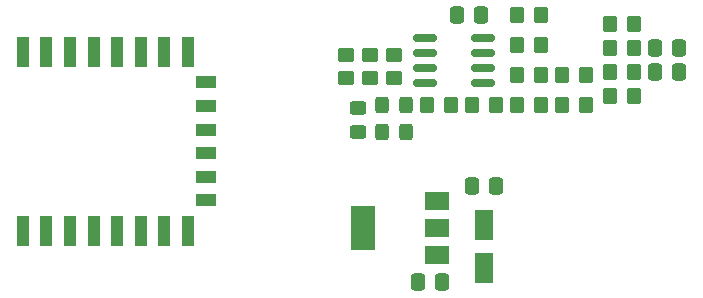
<source format=gbr>
%TF.GenerationSoftware,KiCad,Pcbnew,(6.0.0)*%
%TF.CreationDate,2022-01-02T18:39:14+01:00*%
%TF.ProjectId,esp-door-phone-monitor-v2,6573702d-646f-46f7-922d-70686f6e652d,rev?*%
%TF.SameCoordinates,Original*%
%TF.FileFunction,Paste,Top*%
%TF.FilePolarity,Positive*%
%FSLAX46Y46*%
G04 Gerber Fmt 4.6, Leading zero omitted, Abs format (unit mm)*
G04 Created by KiCad (PCBNEW (6.0.0)) date 2022-01-02 18:39:14*
%MOMM*%
%LPD*%
G01*
G04 APERTURE LIST*
G04 Aperture macros list*
%AMRoundRect*
0 Rectangle with rounded corners*
0 $1 Rounding radius*
0 $2 $3 $4 $5 $6 $7 $8 $9 X,Y pos of 4 corners*
0 Add a 4 corners polygon primitive as box body*
4,1,4,$2,$3,$4,$5,$6,$7,$8,$9,$2,$3,0*
0 Add four circle primitives for the rounded corners*
1,1,$1+$1,$2,$3*
1,1,$1+$1,$4,$5*
1,1,$1+$1,$6,$7*
1,1,$1+$1,$8,$9*
0 Add four rect primitives between the rounded corners*
20,1,$1+$1,$2,$3,$4,$5,0*
20,1,$1+$1,$4,$5,$6,$7,0*
20,1,$1+$1,$6,$7,$8,$9,0*
20,1,$1+$1,$8,$9,$2,$3,0*%
G04 Aperture macros list end*
%ADD10RoundRect,0.250000X0.350000X0.450000X-0.350000X0.450000X-0.350000X-0.450000X0.350000X-0.450000X0*%
%ADD11RoundRect,0.250000X-0.325000X-0.450000X0.325000X-0.450000X0.325000X0.450000X-0.325000X0.450000X0*%
%ADD12RoundRect,0.250000X-0.550000X1.050000X-0.550000X-1.050000X0.550000X-1.050000X0.550000X1.050000X0*%
%ADD13RoundRect,0.250000X-0.450000X0.350000X-0.450000X-0.350000X0.450000X-0.350000X0.450000X0.350000X0*%
%ADD14RoundRect,0.250000X-0.337500X-0.475000X0.337500X-0.475000X0.337500X0.475000X-0.337500X0.475000X0*%
%ADD15RoundRect,0.250000X-0.350000X-0.450000X0.350000X-0.450000X0.350000X0.450000X-0.350000X0.450000X0*%
%ADD16RoundRect,0.250000X-0.450000X0.325000X-0.450000X-0.325000X0.450000X-0.325000X0.450000X0.325000X0*%
%ADD17RoundRect,0.250000X0.450000X-0.350000X0.450000X0.350000X-0.450000X0.350000X-0.450000X-0.350000X0*%
%ADD18R,2.000000X1.500000*%
%ADD19R,2.000000X3.800000*%
%ADD20RoundRect,0.250000X0.337500X0.475000X-0.337500X0.475000X-0.337500X-0.475000X0.337500X-0.475000X0*%
%ADD21RoundRect,0.150000X0.825000X0.150000X-0.825000X0.150000X-0.825000X-0.150000X0.825000X-0.150000X0*%
%ADD22R,1.000000X2.500000*%
%ADD23R,1.800000X1.000000*%
G04 APERTURE END LIST*
D10*
%TO.C,R15*%
X161290000Y-90678000D03*
X159290000Y-90678000D03*
%TD*%
D11*
%TO.C,D2*%
X147835000Y-98044000D03*
X149885000Y-98044000D03*
%TD*%
D12*
%TO.C,C1*%
X156464000Y-105896000D03*
X156464000Y-109496000D03*
%TD*%
D13*
%TO.C,R21*%
X148860000Y-91456000D03*
X148860000Y-93456000D03*
%TD*%
D11*
%TO.C,D1*%
X147835000Y-95758000D03*
X149885000Y-95758000D03*
%TD*%
D14*
%TO.C,C5*%
X150854500Y-110744000D03*
X152929500Y-110744000D03*
%TD*%
D10*
%TO.C,R13*%
X165100000Y-93218000D03*
X163100000Y-93218000D03*
%TD*%
%TO.C,R18*%
X161290000Y-95758000D03*
X159290000Y-95758000D03*
%TD*%
D14*
%TO.C,C8*%
X154172500Y-88138000D03*
X156247500Y-88138000D03*
%TD*%
D15*
%TO.C,R14*%
X163100000Y-95758000D03*
X165100000Y-95758000D03*
%TD*%
D16*
%TO.C,D3*%
X145812000Y-96003000D03*
X145812000Y-98053000D03*
%TD*%
D17*
%TO.C,R22*%
X146828000Y-93456000D03*
X146828000Y-91456000D03*
%TD*%
D10*
%TO.C,R20*%
X153670000Y-95758000D03*
X151670000Y-95758000D03*
%TD*%
D17*
%TO.C,R23*%
X144796000Y-93456000D03*
X144796000Y-91456000D03*
%TD*%
D10*
%TO.C,R10*%
X169164000Y-94996000D03*
X167164000Y-94996000D03*
%TD*%
%TO.C,R16*%
X161290000Y-93218000D03*
X159290000Y-93218000D03*
%TD*%
D18*
%TO.C,U2*%
X152502000Y-108472000D03*
D19*
X146202000Y-106172000D03*
D18*
X152502000Y-106172000D03*
X152502000Y-103872000D03*
%TD*%
D10*
%TO.C,R12*%
X169164000Y-92964000D03*
X167164000Y-92964000D03*
%TD*%
%TO.C,R17*%
X161290000Y-88138000D03*
X159290000Y-88138000D03*
%TD*%
D14*
%TO.C,C2*%
X155426500Y-102616000D03*
X157501500Y-102616000D03*
%TD*%
D20*
%TO.C,C6*%
X173011500Y-90932000D03*
X170936500Y-90932000D03*
%TD*%
D10*
%TO.C,R19*%
X157480000Y-95758000D03*
X155480000Y-95758000D03*
%TD*%
D21*
%TO.C,U1*%
X156415000Y-93853000D03*
X156415000Y-92583000D03*
X156415000Y-91313000D03*
X156415000Y-90043000D03*
X151465000Y-90043000D03*
X151465000Y-91313000D03*
X151465000Y-92583000D03*
X151465000Y-93853000D03*
%TD*%
D10*
%TO.C,R11*%
X169164000Y-90932000D03*
X167164000Y-90932000D03*
%TD*%
D20*
%TO.C,C7*%
X173011500Y-92964000D03*
X170936500Y-92964000D03*
%TD*%
D10*
%TO.C,R9*%
X169164000Y-88900000D03*
X167164000Y-88900000D03*
%TD*%
D22*
%TO.C,U3*%
X117404000Y-106406000D03*
X119404000Y-106406000D03*
X121404000Y-106406000D03*
X123404000Y-106406000D03*
X125404000Y-106406000D03*
X127404000Y-106406000D03*
X129404000Y-106406000D03*
X131404000Y-106406000D03*
D23*
X132904000Y-103806000D03*
X132904000Y-101806000D03*
X132904000Y-99806000D03*
X132904000Y-97806000D03*
X132904000Y-95806000D03*
X132904000Y-93806000D03*
D22*
X131404000Y-91206000D03*
X129404000Y-91206000D03*
X127404000Y-91206000D03*
X125404000Y-91206000D03*
X123404000Y-91206000D03*
X121404000Y-91206000D03*
X119404000Y-91206000D03*
X117404000Y-91206000D03*
%TD*%
M02*

</source>
